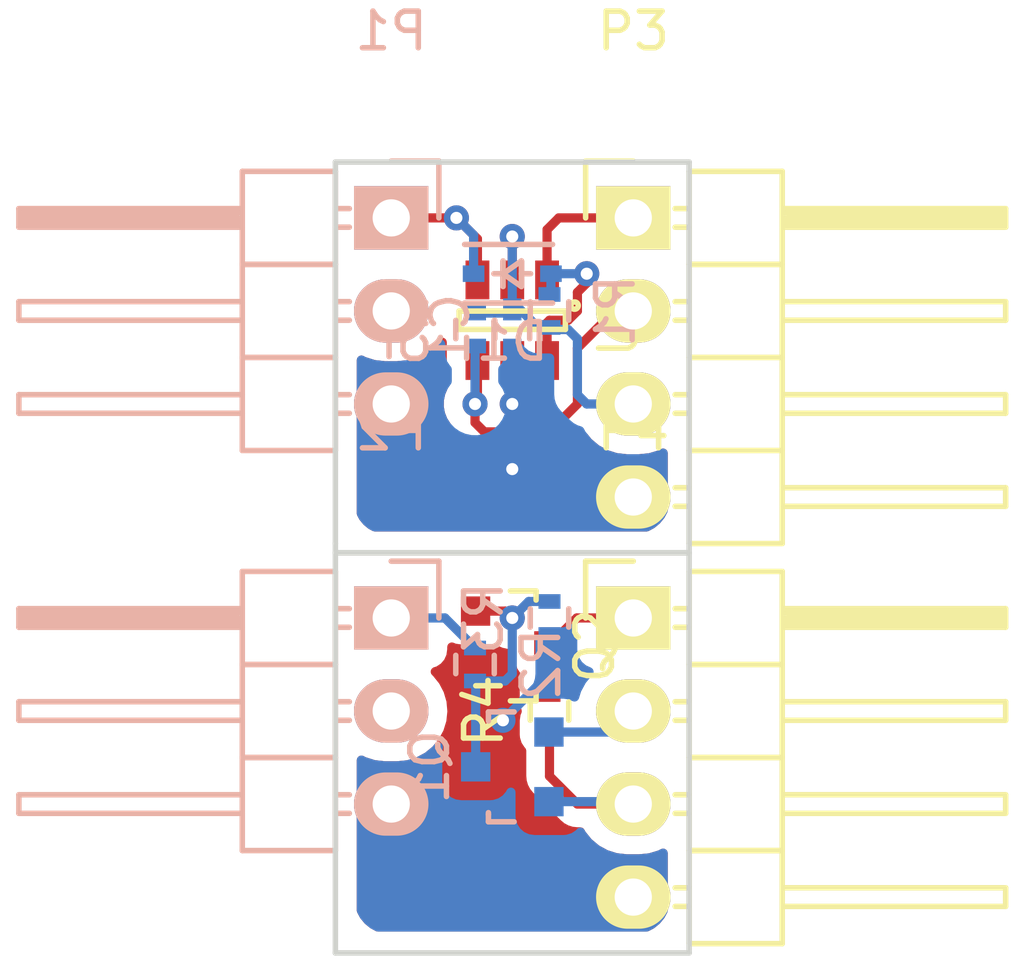
<source format=kicad_pcb>
(kicad_pcb (version 4) (host pcbnew 4.0.1-2.fc23-product)

  (general
    (links 26)
    (no_connects 0)
    (area 122.728999 33.145 151.083001 59.917001)
    (thickness 1.6002)
    (drawings 19)
    (tracks 90)
    (zones 0)
    (modules 14)
    (nets 13)
  )

  (page A4)
  (title_block
    (title "S-Port Inverter")
    (date 2016-01-14)
    (rev 0.1)
    (company F.S)
  )

  (layers
    (0 F.Cu mixed)
    (31 B.Cu mixed)
    (34 B.Paste user)
    (35 F.Paste user)
    (36 B.SilkS user)
    (37 F.SilkS user)
    (38 B.Mask user)
    (39 F.Mask user)
    (44 Edge.Cuts user)
    (45 Margin user)
  )

  (setup
    (last_trace_width 0.1524)
    (trace_clearance 0.1524)
    (zone_clearance 0.508)
    (zone_45_only yes)
    (trace_min 0.1524)
    (segment_width 0.2)
    (edge_width 0.15)
    (via_size 0.6858)
    (via_drill 0.3302)
    (via_min_size 0.6858)
    (via_min_drill 0.3302)
    (uvia_size 0.762)
    (uvia_drill 0.508)
    (uvias_allowed no)
    (uvia_min_size 0)
    (uvia_min_drill 0)
    (pcb_text_width 0.3)
    (pcb_text_size 1.5 1.5)
    (mod_edge_width 0.15)
    (mod_text_size 1 1)
    (mod_text_width 0.15)
    (pad_size 1.524 1.524)
    (pad_drill 0.762)
    (pad_to_mask_clearance 0.2)
    (solder_mask_min_width 0.1)
    (aux_axis_origin 132.08 59.436)
    (grid_origin 132.08 59.436)
    (visible_elements FFFFFF1F)
    (pcbplotparams
      (layerselection 0x00030_80000001)
      (usegerberextensions false)
      (excludeedgelayer true)
      (linewidth 0.100000)
      (plotframeref false)
      (viasonmask false)
      (mode 1)
      (useauxorigin false)
      (hpglpennumber 1)
      (hpglpenspeed 20)
      (hpglpendiameter 15)
      (hpglpenoverlay 2)
      (psnegative false)
      (psa4output false)
      (plotreference true)
      (plotvalue true)
      (plotinvisibletext false)
      (padsonsilk false)
      (subtractmaskfromsilk false)
      (outputformat 1)
      (mirror false)
      (drillshape 1)
      (scaleselection 1)
      (outputdirectory ""))
  )

  (net 0 "")
  (net 1 +3V3)
  (net 2 GND)
  (net 3 /S-Port)
  (net 4 "Net-(D1-Pad2)")
  (net 5 /TX)
  (net 6 /RX)
  (net 7 "Net-(Q1-Pad3)")
  (net 8 GNDA)
  (net 9 +3.3VP)
  (net 10 /S-Port1)
  (net 11 /TX1)
  (net 12 /RX1)

  (net_class Default "This is the default net class."
    (clearance 0.1524)
    (trace_width 0.1524)
    (via_dia 0.6858)
    (via_drill 0.3302)
    (uvia_dia 0.762)
    (uvia_drill 0.508)
    (add_net +3.3VP)
    (add_net +3V3)
    (add_net /RX)
    (add_net /RX1)
    (add_net /S-Port)
    (add_net /S-Port1)
    (add_net /TX)
    (add_net /TX1)
    (add_net GND)
    (add_net GNDA)
    (add_net "Net-(D1-Pad2)")
    (add_net "Net-(Q1-Pad3)")
  )

  (module Capacitors_SMD:C_0402 locked (layer B.Cu) (tedit 5415D599) (tstamp 5696D2F1)
    (at 136.906 42.418 270)
    (descr "Capacitor SMD 0402, reflow soldering, AVX (see smccp.pdf)")
    (tags "capacitor 0402")
    (path /5696EA59)
    (attr smd)
    (fp_text reference C1 (at 0 1.7 270) (layer B.SilkS)
      (effects (font (size 1 1) (thickness 0.15)) (justify mirror))
    )
    (fp_text value C (at 0 -1.7 270) (layer B.Fab)
      (effects (font (size 1 1) (thickness 0.15)) (justify mirror))
    )
    (fp_line (start -1.15 0.6) (end 1.15 0.6) (layer B.CrtYd) (width 0.05))
    (fp_line (start -1.15 -0.6) (end 1.15 -0.6) (layer B.CrtYd) (width 0.05))
    (fp_line (start -1.15 0.6) (end -1.15 -0.6) (layer B.CrtYd) (width 0.05))
    (fp_line (start 1.15 0.6) (end 1.15 -0.6) (layer B.CrtYd) (width 0.05))
    (fp_line (start 0.25 0.475) (end -0.25 0.475) (layer B.SilkS) (width 0.15))
    (fp_line (start -0.25 -0.475) (end 0.25 -0.475) (layer B.SilkS) (width 0.15))
    (pad 1 smd rect (at -0.55 0 270) (size 0.6 0.5) (layers B.Cu B.Paste B.Mask)
      (net 1 +3V3))
    (pad 2 smd rect (at 0.55 0 270) (size 0.6 0.5) (layers B.Cu B.Paste B.Mask)
      (net 2 GND))
    (model Capacitors_SMD.3dshapes/C_0402.wrl
      (at (xyz 0 0 0))
      (scale (xyz 1 1 1))
      (rotate (xyz 0 0 0))
    )
  )

  (module Diodes_SMD:SOD-323 locked (layer B.Cu) (tedit 5530FC5E) (tstamp 5696D2F7)
    (at 136.906 40.894)
    (descr SOD-323)
    (tags SOD-323)
    (path /5696BFE0)
    (attr smd)
    (fp_text reference D1 (at 0 1.85) (layer B.SilkS)
      (effects (font (size 1 1) (thickness 0.15)) (justify mirror))
    )
    (fp_text value D_Schottky (at 0.1 -1.9) (layer B.Fab)
      (effects (font (size 1 1) (thickness 0.15)) (justify mirror))
    )
    (fp_line (start 0.25 0) (end 0.5 0) (layer B.SilkS) (width 0.15))
    (fp_line (start -0.25 0) (end -0.5 0) (layer B.SilkS) (width 0.15))
    (fp_line (start -0.25 0) (end 0.25 0.35) (layer B.SilkS) (width 0.15))
    (fp_line (start 0.25 0.35) (end 0.25 -0.35) (layer B.SilkS) (width 0.15))
    (fp_line (start 0.25 -0.35) (end -0.25 0) (layer B.SilkS) (width 0.15))
    (fp_line (start -0.25 0.35) (end -0.25 -0.35) (layer B.SilkS) (width 0.15))
    (fp_line (start -1.5 0.95) (end 1.5 0.95) (layer B.CrtYd) (width 0.05))
    (fp_line (start 1.5 0.95) (end 1.5 -0.95) (layer B.CrtYd) (width 0.05))
    (fp_line (start -1.5 -0.95) (end 1.5 -0.95) (layer B.CrtYd) (width 0.05))
    (fp_line (start -1.5 0.95) (end -1.5 -0.95) (layer B.CrtYd) (width 0.05))
    (fp_line (start -1.3 -0.8) (end 1.1 -0.8) (layer B.SilkS) (width 0.15))
    (fp_line (start -1.3 0.8) (end 1.1 0.8) (layer B.SilkS) (width 0.15))
    (pad 1 smd rect (at -1.055 0) (size 0.59 0.45) (layers B.Cu B.Paste B.Mask)
      (net 3 /S-Port))
    (pad 2 smd rect (at 1.055 0) (size 0.59 0.45) (layers B.Cu B.Paste B.Mask)
      (net 4 "Net-(D1-Pad2)"))
  )

  (module Pin_Headers:Pin_Header_Angled_1x04 locked (layer F.Cu) (tedit 0) (tstamp 5696D30B)
    (at 140.208 39.37)
    (descr "Through hole pin header")
    (tags "pin header")
    (path /5696B59E)
    (fp_text reference P3 (at 0 -5.1) (layer F.SilkS)
      (effects (font (size 1 1) (thickness 0.15)))
    )
    (fp_text value CONN_01X04 (at 0 -3.1) (layer F.Fab)
      (effects (font (size 1 1) (thickness 0.15)))
    )
    (fp_line (start -1.5 -1.75) (end -1.5 9.4) (layer F.CrtYd) (width 0.05))
    (fp_line (start 10.65 -1.75) (end 10.65 9.4) (layer F.CrtYd) (width 0.05))
    (fp_line (start -1.5 -1.75) (end 10.65 -1.75) (layer F.CrtYd) (width 0.05))
    (fp_line (start -1.5 9.4) (end 10.65 9.4) (layer F.CrtYd) (width 0.05))
    (fp_line (start -1.3 -1.55) (end -1.3 0) (layer F.SilkS) (width 0.15))
    (fp_line (start 0 -1.55) (end -1.3 -1.55) (layer F.SilkS) (width 0.15))
    (fp_line (start 4.191 -0.127) (end 10.033 -0.127) (layer F.SilkS) (width 0.15))
    (fp_line (start 10.033 -0.127) (end 10.033 0.127) (layer F.SilkS) (width 0.15))
    (fp_line (start 10.033 0.127) (end 4.191 0.127) (layer F.SilkS) (width 0.15))
    (fp_line (start 4.191 0.127) (end 4.191 0) (layer F.SilkS) (width 0.15))
    (fp_line (start 4.191 0) (end 10.033 0) (layer F.SilkS) (width 0.15))
    (fp_line (start 1.524 -0.254) (end 1.143 -0.254) (layer F.SilkS) (width 0.15))
    (fp_line (start 1.524 0.254) (end 1.143 0.254) (layer F.SilkS) (width 0.15))
    (fp_line (start 1.524 2.286) (end 1.143 2.286) (layer F.SilkS) (width 0.15))
    (fp_line (start 1.524 2.794) (end 1.143 2.794) (layer F.SilkS) (width 0.15))
    (fp_line (start 1.524 4.826) (end 1.143 4.826) (layer F.SilkS) (width 0.15))
    (fp_line (start 1.524 5.334) (end 1.143 5.334) (layer F.SilkS) (width 0.15))
    (fp_line (start 1.524 7.874) (end 1.143 7.874) (layer F.SilkS) (width 0.15))
    (fp_line (start 1.524 7.366) (end 1.143 7.366) (layer F.SilkS) (width 0.15))
    (fp_line (start 1.524 -1.27) (end 4.064 -1.27) (layer F.SilkS) (width 0.15))
    (fp_line (start 1.524 1.27) (end 4.064 1.27) (layer F.SilkS) (width 0.15))
    (fp_line (start 1.524 1.27) (end 1.524 3.81) (layer F.SilkS) (width 0.15))
    (fp_line (start 1.524 3.81) (end 4.064 3.81) (layer F.SilkS) (width 0.15))
    (fp_line (start 4.064 2.286) (end 10.16 2.286) (layer F.SilkS) (width 0.15))
    (fp_line (start 10.16 2.286) (end 10.16 2.794) (layer F.SilkS) (width 0.15))
    (fp_line (start 10.16 2.794) (end 4.064 2.794) (layer F.SilkS) (width 0.15))
    (fp_line (start 4.064 3.81) (end 4.064 1.27) (layer F.SilkS) (width 0.15))
    (fp_line (start 4.064 1.27) (end 4.064 -1.27) (layer F.SilkS) (width 0.15))
    (fp_line (start 10.16 0.254) (end 4.064 0.254) (layer F.SilkS) (width 0.15))
    (fp_line (start 10.16 -0.254) (end 10.16 0.254) (layer F.SilkS) (width 0.15))
    (fp_line (start 4.064 -0.254) (end 10.16 -0.254) (layer F.SilkS) (width 0.15))
    (fp_line (start 1.524 1.27) (end 4.064 1.27) (layer F.SilkS) (width 0.15))
    (fp_line (start 1.524 -1.27) (end 1.524 1.27) (layer F.SilkS) (width 0.15))
    (fp_line (start 1.524 6.35) (end 4.064 6.35) (layer F.SilkS) (width 0.15))
    (fp_line (start 1.524 6.35) (end 1.524 8.89) (layer F.SilkS) (width 0.15))
    (fp_line (start 1.524 8.89) (end 4.064 8.89) (layer F.SilkS) (width 0.15))
    (fp_line (start 4.064 7.366) (end 10.16 7.366) (layer F.SilkS) (width 0.15))
    (fp_line (start 10.16 7.366) (end 10.16 7.874) (layer F.SilkS) (width 0.15))
    (fp_line (start 10.16 7.874) (end 4.064 7.874) (layer F.SilkS) (width 0.15))
    (fp_line (start 4.064 8.89) (end 4.064 6.35) (layer F.SilkS) (width 0.15))
    (fp_line (start 4.064 6.35) (end 4.064 3.81) (layer F.SilkS) (width 0.15))
    (fp_line (start 10.16 5.334) (end 4.064 5.334) (layer F.SilkS) (width 0.15))
    (fp_line (start 10.16 4.826) (end 10.16 5.334) (layer F.SilkS) (width 0.15))
    (fp_line (start 4.064 4.826) (end 10.16 4.826) (layer F.SilkS) (width 0.15))
    (fp_line (start 1.524 6.35) (end 4.064 6.35) (layer F.SilkS) (width 0.15))
    (fp_line (start 1.524 3.81) (end 1.524 6.35) (layer F.SilkS) (width 0.15))
    (fp_line (start 1.524 3.81) (end 4.064 3.81) (layer F.SilkS) (width 0.15))
    (pad 1 thru_hole rect (at 0 0) (size 2.032 1.7272) (drill 1.016) (layers *.Cu *.Mask F.SilkS)
      (net 5 /TX))
    (pad 2 thru_hole oval (at 0 2.54) (size 2.032 1.7272) (drill 1.016) (layers *.Cu *.Mask F.SilkS)
      (net 6 /RX))
    (pad 3 thru_hole oval (at 0 5.08) (size 2.032 1.7272) (drill 1.016) (layers *.Cu *.Mask F.SilkS)
      (net 1 +3V3))
    (pad 4 thru_hole oval (at 0 7.62) (size 2.032 1.7272) (drill 1.016) (layers *.Cu *.Mask F.SilkS)
      (net 2 GND))
    (model Pin_Headers.3dshapes/Pin_Header_Angled_1x04.wrl
      (at (xyz 0 -0.15 0))
      (scale (xyz 1 1 1))
      (rotate (xyz 0 0 90))
    )
  )

  (module Pin_Headers:Pin_Header_Angled_1x04 locked (layer F.Cu) (tedit 0) (tstamp 5696D313)
    (at 140.208 50.292)
    (descr "Through hole pin header")
    (tags "pin header")
    (path /5696F216)
    (fp_text reference P4 (at 0 -5.1) (layer F.SilkS)
      (effects (font (size 1 1) (thickness 0.15)))
    )
    (fp_text value CONN_01X04 (at 0 -3.1) (layer F.Fab)
      (effects (font (size 1 1) (thickness 0.15)))
    )
    (fp_line (start -1.5 -1.75) (end -1.5 9.4) (layer F.CrtYd) (width 0.05))
    (fp_line (start 10.65 -1.75) (end 10.65 9.4) (layer F.CrtYd) (width 0.05))
    (fp_line (start -1.5 -1.75) (end 10.65 -1.75) (layer F.CrtYd) (width 0.05))
    (fp_line (start -1.5 9.4) (end 10.65 9.4) (layer F.CrtYd) (width 0.05))
    (fp_line (start -1.3 -1.55) (end -1.3 0) (layer F.SilkS) (width 0.15))
    (fp_line (start 0 -1.55) (end -1.3 -1.55) (layer F.SilkS) (width 0.15))
    (fp_line (start 4.191 -0.127) (end 10.033 -0.127) (layer F.SilkS) (width 0.15))
    (fp_line (start 10.033 -0.127) (end 10.033 0.127) (layer F.SilkS) (width 0.15))
    (fp_line (start 10.033 0.127) (end 4.191 0.127) (layer F.SilkS) (width 0.15))
    (fp_line (start 4.191 0.127) (end 4.191 0) (layer F.SilkS) (width 0.15))
    (fp_line (start 4.191 0) (end 10.033 0) (layer F.SilkS) (width 0.15))
    (fp_line (start 1.524 -0.254) (end 1.143 -0.254) (layer F.SilkS) (width 0.15))
    (fp_line (start 1.524 0.254) (end 1.143 0.254) (layer F.SilkS) (width 0.15))
    (fp_line (start 1.524 2.286) (end 1.143 2.286) (layer F.SilkS) (width 0.15))
    (fp_line (start 1.524 2.794) (end 1.143 2.794) (layer F.SilkS) (width 0.15))
    (fp_line (start 1.524 4.826) (end 1.143 4.826) (layer F.SilkS) (width 0.15))
    (fp_line (start 1.524 5.334) (end 1.143 5.334) (layer F.SilkS) (width 0.15))
    (fp_line (start 1.524 7.874) (end 1.143 7.874) (layer F.SilkS) (width 0.15))
    (fp_line (start 1.524 7.366) (end 1.143 7.366) (layer F.SilkS) (width 0.15))
    (fp_line (start 1.524 -1.27) (end 4.064 -1.27) (layer F.SilkS) (width 0.15))
    (fp_line (start 1.524 1.27) (end 4.064 1.27) (layer F.SilkS) (width 0.15))
    (fp_line (start 1.524 1.27) (end 1.524 3.81) (layer F.SilkS) (width 0.15))
    (fp_line (start 1.524 3.81) (end 4.064 3.81) (layer F.SilkS) (width 0.15))
    (fp_line (start 4.064 2.286) (end 10.16 2.286) (layer F.SilkS) (width 0.15))
    (fp_line (start 10.16 2.286) (end 10.16 2.794) (layer F.SilkS) (width 0.15))
    (fp_line (start 10.16 2.794) (end 4.064 2.794) (layer F.SilkS) (width 0.15))
    (fp_line (start 4.064 3.81) (end 4.064 1.27) (layer F.SilkS) (width 0.15))
    (fp_line (start 4.064 1.27) (end 4.064 -1.27) (layer F.SilkS) (width 0.15))
    (fp_line (start 10.16 0.254) (end 4.064 0.254) (layer F.SilkS) (width 0.15))
    (fp_line (start 10.16 -0.254) (end 10.16 0.254) (layer F.SilkS) (width 0.15))
    (fp_line (start 4.064 -0.254) (end 10.16 -0.254) (layer F.SilkS) (width 0.15))
    (fp_line (start 1.524 1.27) (end 4.064 1.27) (layer F.SilkS) (width 0.15))
    (fp_line (start 1.524 -1.27) (end 1.524 1.27) (layer F.SilkS) (width 0.15))
    (fp_line (start 1.524 6.35) (end 4.064 6.35) (layer F.SilkS) (width 0.15))
    (fp_line (start 1.524 6.35) (end 1.524 8.89) (layer F.SilkS) (width 0.15))
    (fp_line (start 1.524 8.89) (end 4.064 8.89) (layer F.SilkS) (width 0.15))
    (fp_line (start 4.064 7.366) (end 10.16 7.366) (layer F.SilkS) (width 0.15))
    (fp_line (start 10.16 7.366) (end 10.16 7.874) (layer F.SilkS) (width 0.15))
    (fp_line (start 10.16 7.874) (end 4.064 7.874) (layer F.SilkS) (width 0.15))
    (fp_line (start 4.064 8.89) (end 4.064 6.35) (layer F.SilkS) (width 0.15))
    (fp_line (start 4.064 6.35) (end 4.064 3.81) (layer F.SilkS) (width 0.15))
    (fp_line (start 10.16 5.334) (end 4.064 5.334) (layer F.SilkS) (width 0.15))
    (fp_line (start 10.16 4.826) (end 10.16 5.334) (layer F.SilkS) (width 0.15))
    (fp_line (start 4.064 4.826) (end 10.16 4.826) (layer F.SilkS) (width 0.15))
    (fp_line (start 1.524 6.35) (end 4.064 6.35) (layer F.SilkS) (width 0.15))
    (fp_line (start 1.524 3.81) (end 1.524 6.35) (layer F.SilkS) (width 0.15))
    (fp_line (start 1.524 3.81) (end 4.064 3.81) (layer F.SilkS) (width 0.15))
    (pad 1 thru_hole rect (at 0 0) (size 2.032 1.7272) (drill 1.016) (layers *.Cu *.Mask F.SilkS)
      (net 11 /TX1))
    (pad 2 thru_hole oval (at 0 2.54) (size 2.032 1.7272) (drill 1.016) (layers *.Cu *.Mask F.SilkS)
      (net 12 /RX1))
    (pad 3 thru_hole oval (at 0 5.08) (size 2.032 1.7272) (drill 1.016) (layers *.Cu *.Mask F.SilkS)
      (net 9 +3.3VP))
    (pad 4 thru_hole oval (at 0 7.62) (size 2.032 1.7272) (drill 1.016) (layers *.Cu *.Mask F.SilkS)
      (net 8 GNDA))
    (model Pin_Headers.3dshapes/Pin_Header_Angled_1x04.wrl
      (at (xyz 0 -0.15 0))
      (scale (xyz 1 1 1))
      (rotate (xyz 0 0 90))
    )
  )

  (module TO_SOT_Packages_SMD:SOT-23 locked (layer B.Cu) (tedit 553634F8) (tstamp 5696D31A)
    (at 136.906 54.356 270)
    (descr "SOT-23, Standard")
    (tags SOT-23)
    (path /5696FA39)
    (attr smd)
    (fp_text reference Q1 (at 0 2.25 270) (layer B.SilkS)
      (effects (font (size 1 1) (thickness 0.15)) (justify mirror))
    )
    (fp_text value BSS83_P (at 0 -2.3 270) (layer B.Fab)
      (effects (font (size 1 1) (thickness 0.15)) (justify mirror))
    )
    (fp_line (start -1.65 1.6) (end 1.65 1.6) (layer B.CrtYd) (width 0.05))
    (fp_line (start 1.65 1.6) (end 1.65 -1.6) (layer B.CrtYd) (width 0.05))
    (fp_line (start 1.65 -1.6) (end -1.65 -1.6) (layer B.CrtYd) (width 0.05))
    (fp_line (start -1.65 -1.6) (end -1.65 1.6) (layer B.CrtYd) (width 0.05))
    (fp_line (start 1.29916 0.65024) (end 1.2509 0.65024) (layer B.SilkS) (width 0.15))
    (fp_line (start -1.49982 -0.0508) (end -1.49982 0.65024) (layer B.SilkS) (width 0.15))
    (fp_line (start -1.49982 0.65024) (end -1.2509 0.65024) (layer B.SilkS) (width 0.15))
    (fp_line (start 1.29916 0.65024) (end 1.49982 0.65024) (layer B.SilkS) (width 0.15))
    (fp_line (start 1.49982 0.65024) (end 1.49982 -0.0508) (layer B.SilkS) (width 0.15))
    (pad 1 smd rect (at -0.95 -1.00076 270) (size 0.8001 0.8001) (layers B.Cu B.Paste B.Mask)
      (net 12 /RX1))
    (pad 2 smd rect (at 0.95 -1.00076 270) (size 0.8001 0.8001) (layers B.Cu B.Paste B.Mask)
      (net 9 +3.3VP))
    (pad 3 smd rect (at 0 0.99822 270) (size 0.8001 0.8001) (layers B.Cu B.Paste B.Mask)
      (net 7 "Net-(Q1-Pad3)"))
    (model TO_SOT_Packages_SMD.3dshapes/SOT-23.wrl
      (at (xyz 0 0 0))
      (scale (xyz 1 1 1))
      (rotate (xyz 0 0 0))
    )
  )

  (module TO_SOT_Packages_SMD:SOT-23 locked (layer F.Cu) (tedit 553634F8) (tstamp 5696D321)
    (at 136.906 51.054 270)
    (descr "SOT-23, Standard")
    (tags SOT-23)
    (path /5696F304)
    (attr smd)
    (fp_text reference Q2 (at 0 -2.25 270) (layer F.SilkS)
      (effects (font (size 1 1) (thickness 0.15)))
    )
    (fp_text value BSS138 (at 0 2.3 270) (layer F.Fab)
      (effects (font (size 1 1) (thickness 0.15)))
    )
    (fp_line (start -1.65 -1.6) (end 1.65 -1.6) (layer F.CrtYd) (width 0.05))
    (fp_line (start 1.65 -1.6) (end 1.65 1.6) (layer F.CrtYd) (width 0.05))
    (fp_line (start 1.65 1.6) (end -1.65 1.6) (layer F.CrtYd) (width 0.05))
    (fp_line (start -1.65 1.6) (end -1.65 -1.6) (layer F.CrtYd) (width 0.05))
    (fp_line (start 1.29916 -0.65024) (end 1.2509 -0.65024) (layer F.SilkS) (width 0.15))
    (fp_line (start -1.49982 0.0508) (end -1.49982 -0.65024) (layer F.SilkS) (width 0.15))
    (fp_line (start -1.49982 -0.65024) (end -1.2509 -0.65024) (layer F.SilkS) (width 0.15))
    (fp_line (start 1.29916 -0.65024) (end 1.49982 -0.65024) (layer F.SilkS) (width 0.15))
    (fp_line (start 1.49982 -0.65024) (end 1.49982 0.0508) (layer F.SilkS) (width 0.15))
    (pad 1 smd rect (at -0.95 1.00076 270) (size 0.8001 0.8001) (layers F.Cu F.Paste F.Mask)
      (net 7 "Net-(Q1-Pad3)"))
    (pad 2 smd rect (at 0.95 1.00076 270) (size 0.8001 0.8001) (layers F.Cu F.Paste F.Mask)
      (net 8 GNDA))
    (pad 3 smd rect (at 0 -0.99822 270) (size 0.8001 0.8001) (layers F.Cu F.Paste F.Mask)
      (net 11 /TX1))
    (model TO_SOT_Packages_SMD.3dshapes/SOT-23.wrl
      (at (xyz 0 0 0))
      (scale (xyz 1 1 1))
      (rotate (xyz 0 0 0))
    )
  )

  (module Resistors_SMD:R_0402 locked (layer B.Cu) (tedit 5415CBB8) (tstamp 5696D327)
    (at 137.922 41.91 90)
    (descr "Resistor SMD 0402, reflow soldering, Vishay (see dcrcw.pdf)")
    (tags "resistor 0402")
    (path /5696BECF)
    (attr smd)
    (fp_text reference R1 (at 0 1.8 90) (layer B.SilkS)
      (effects (font (size 1 1) (thickness 0.15)) (justify mirror))
    )
    (fp_text value 10K (at 0 -1.8 90) (layer B.Fab)
      (effects (font (size 1 1) (thickness 0.15)) (justify mirror))
    )
    (fp_line (start -0.95 0.65) (end 0.95 0.65) (layer B.CrtYd) (width 0.05))
    (fp_line (start -0.95 -0.65) (end 0.95 -0.65) (layer B.CrtYd) (width 0.05))
    (fp_line (start -0.95 0.65) (end -0.95 -0.65) (layer B.CrtYd) (width 0.05))
    (fp_line (start 0.95 0.65) (end 0.95 -0.65) (layer B.CrtYd) (width 0.05))
    (fp_line (start 0.25 0.525) (end -0.25 0.525) (layer B.SilkS) (width 0.15))
    (fp_line (start -0.25 -0.525) (end 0.25 -0.525) (layer B.SilkS) (width 0.15))
    (pad 1 smd rect (at -0.45 0 90) (size 0.4 0.6) (layers B.Cu B.Paste B.Mask)
      (net 1 +3V3))
    (pad 2 smd rect (at 0.45 0 90) (size 0.4 0.6) (layers B.Cu B.Paste B.Mask)
      (net 4 "Net-(D1-Pad2)"))
    (model Resistors_SMD.3dshapes/R_0402.wrl
      (at (xyz 0 0 0))
      (scale (xyz 1 1 1))
      (rotate (xyz 0 0 0))
    )
  )

  (module Resistors_SMD:R_0402 locked (layer B.Cu) (tedit 5415CBB8) (tstamp 5696D32D)
    (at 135.89 51.562 90)
    (descr "Resistor SMD 0402, reflow soldering, Vishay (see dcrcw.pdf)")
    (tags "resistor 0402")
    (path /5697082F)
    (attr smd)
    (fp_text reference R2 (at 0 1.8 90) (layer B.SilkS)
      (effects (font (size 1 1) (thickness 0.15)) (justify mirror))
    )
    (fp_text value 470R (at 0 -1.8 90) (layer B.Fab)
      (effects (font (size 1 1) (thickness 0.15)) (justify mirror))
    )
    (fp_line (start -0.95 0.65) (end 0.95 0.65) (layer B.CrtYd) (width 0.05))
    (fp_line (start -0.95 -0.65) (end 0.95 -0.65) (layer B.CrtYd) (width 0.05))
    (fp_line (start -0.95 0.65) (end -0.95 -0.65) (layer B.CrtYd) (width 0.05))
    (fp_line (start 0.95 0.65) (end 0.95 -0.65) (layer B.CrtYd) (width 0.05))
    (fp_line (start 0.25 0.525) (end -0.25 0.525) (layer B.SilkS) (width 0.15))
    (fp_line (start -0.25 -0.525) (end 0.25 -0.525) (layer B.SilkS) (width 0.15))
    (pad 1 smd rect (at -0.45 0 90) (size 0.4 0.6) (layers B.Cu B.Paste B.Mask)
      (net 7 "Net-(Q1-Pad3)"))
    (pad 2 smd rect (at 0.45 0 90) (size 0.4 0.6) (layers B.Cu B.Paste B.Mask)
      (net 10 /S-Port1))
    (model Resistors_SMD.3dshapes/R_0402.wrl
      (at (xyz 0 0 0))
      (scale (xyz 1 1 1))
      (rotate (xyz 0 0 0))
    )
  )

  (module Resistors_SMD:R_0402 locked (layer B.Cu) (tedit 5415CBB8) (tstamp 5696D333)
    (at 137.922 50.292 270)
    (descr "Resistor SMD 0402, reflow soldering, Vishay (see dcrcw.pdf)")
    (tags "resistor 0402")
    (path /56970136)
    (attr smd)
    (fp_text reference R3 (at 0 1.8 270) (layer B.SilkS)
      (effects (font (size 1 1) (thickness 0.15)) (justify mirror))
    )
    (fp_text value 39K (at 0 -1.8 270) (layer B.Fab)
      (effects (font (size 1 1) (thickness 0.15)) (justify mirror))
    )
    (fp_line (start -0.95 0.65) (end 0.95 0.65) (layer B.CrtYd) (width 0.05))
    (fp_line (start -0.95 -0.65) (end 0.95 -0.65) (layer B.CrtYd) (width 0.05))
    (fp_line (start -0.95 0.65) (end -0.95 -0.65) (layer B.CrtYd) (width 0.05))
    (fp_line (start 0.95 0.65) (end 0.95 -0.65) (layer B.CrtYd) (width 0.05))
    (fp_line (start 0.25 0.525) (end -0.25 0.525) (layer B.SilkS) (width 0.15))
    (fp_line (start -0.25 -0.525) (end 0.25 -0.525) (layer B.SilkS) (width 0.15))
    (pad 1 smd rect (at -0.45 0 270) (size 0.4 0.6) (layers B.Cu B.Paste B.Mask)
      (net 7 "Net-(Q1-Pad3)"))
    (pad 2 smd rect (at 0.45 0 270) (size 0.4 0.6) (layers B.Cu B.Paste B.Mask)
      (net 8 GNDA))
    (model Resistors_SMD.3dshapes/R_0402.wrl
      (at (xyz 0 0 0))
      (scale (xyz 1 1 1))
      (rotate (xyz 0 0 0))
    )
  )

  (module Resistors_SMD:R_0402 locked (layer F.Cu) (tedit 5415CBB8) (tstamp 5696D339)
    (at 137.922 52.832 90)
    (descr "Resistor SMD 0402, reflow soldering, Vishay (see dcrcw.pdf)")
    (tags "resistor 0402")
    (path /5696F2E8)
    (attr smd)
    (fp_text reference R4 (at 0 -1.8 90) (layer F.SilkS)
      (effects (font (size 1 1) (thickness 0.15)))
    )
    (fp_text value 4k7 (at 0 1.8 90) (layer F.Fab)
      (effects (font (size 1 1) (thickness 0.15)))
    )
    (fp_line (start -0.95 -0.65) (end 0.95 -0.65) (layer F.CrtYd) (width 0.05))
    (fp_line (start -0.95 0.65) (end 0.95 0.65) (layer F.CrtYd) (width 0.05))
    (fp_line (start -0.95 -0.65) (end -0.95 0.65) (layer F.CrtYd) (width 0.05))
    (fp_line (start 0.95 -0.65) (end 0.95 0.65) (layer F.CrtYd) (width 0.05))
    (fp_line (start 0.25 -0.525) (end -0.25 -0.525) (layer F.SilkS) (width 0.15))
    (fp_line (start -0.25 0.525) (end 0.25 0.525) (layer F.SilkS) (width 0.15))
    (pad 1 smd rect (at -0.45 0 90) (size 0.4 0.6) (layers F.Cu F.Paste F.Mask)
      (net 9 +3.3VP))
    (pad 2 smd rect (at 0.45 0 90) (size 0.4 0.6) (layers F.Cu F.Paste F.Mask)
      (net 11 /TX1))
    (model Resistors_SMD.3dshapes/R_0402.wrl
      (at (xyz 0 0 0))
      (scale (xyz 1 1 1))
      (rotate (xyz 0 0 0))
    )
  )

  (module Resistors_SMD:R_0402 locked (layer B.Cu) (tedit 5415CBB8) (tstamp 5696D33F)
    (at 135.89 42.418 270)
    (descr "Resistor SMD 0402, reflow soldering, Vishay (see dcrcw.pdf)")
    (tags "resistor 0402")
    (path /5696BD4D)
    (attr smd)
    (fp_text reference R5 (at 0 1.8 270) (layer B.SilkS)
      (effects (font (size 1 1) (thickness 0.15)) (justify mirror))
    )
    (fp_text value 10K (at 0 -1.8 270) (layer B.Fab)
      (effects (font (size 1 1) (thickness 0.15)) (justify mirror))
    )
    (fp_line (start -0.95 0.65) (end 0.95 0.65) (layer B.CrtYd) (width 0.05))
    (fp_line (start -0.95 -0.65) (end 0.95 -0.65) (layer B.CrtYd) (width 0.05))
    (fp_line (start -0.95 0.65) (end -0.95 -0.65) (layer B.CrtYd) (width 0.05))
    (fp_line (start 0.95 0.65) (end 0.95 -0.65) (layer B.CrtYd) (width 0.05))
    (fp_line (start 0.25 0.525) (end -0.25 0.525) (layer B.SilkS) (width 0.15))
    (fp_line (start -0.25 -0.525) (end 0.25 -0.525) (layer B.SilkS) (width 0.15))
    (pad 1 smd rect (at -0.45 0 270) (size 0.4 0.6) (layers B.Cu B.Paste B.Mask)
      (net 1 +3V3))
    (pad 2 smd rect (at 0.45 0 270) (size 0.4 0.6) (layers B.Cu B.Paste B.Mask)
      (net 6 /RX))
    (model Resistors_SMD.3dshapes/R_0402.wrl
      (at (xyz 0 0 0))
      (scale (xyz 1 1 1))
      (rotate (xyz 0 0 0))
    )
  )

  (module TO_SOT_Packages_SMD:SOT-23-6 locked (layer F.Cu) (tedit 53DE8DE3) (tstamp 5696D349)
    (at 136.906 42.164 270)
    (descr "6-pin SOT-23 package")
    (tags SOT-23-6)
    (path /5696DEE2)
    (attr smd)
    (fp_text reference U1 (at 0 -2.9 270) (layer F.SilkS)
      (effects (font (size 1 1) (thickness 0.15)))
    )
    (fp_text value 74LVC2G14 (at 0 2.9 270) (layer F.Fab)
      (effects (font (size 1 1) (thickness 0.15)))
    )
    (fp_circle (center -0.4 -1.7) (end -0.3 -1.7) (layer F.SilkS) (width 0.15))
    (fp_line (start 0.25 -1.45) (end -0.25 -1.45) (layer F.SilkS) (width 0.15))
    (fp_line (start 0.25 1.45) (end 0.25 -1.45) (layer F.SilkS) (width 0.15))
    (fp_line (start -0.25 1.45) (end 0.25 1.45) (layer F.SilkS) (width 0.15))
    (fp_line (start -0.25 -1.45) (end -0.25 1.45) (layer F.SilkS) (width 0.15))
    (pad 1 smd rect (at -1.1 -0.95 270) (size 1.06 0.65) (layers F.Cu F.Paste F.Mask)
      (net 5 /TX))
    (pad 2 smd rect (at -1.1 0 270) (size 1.06 0.65) (layers F.Cu F.Paste F.Mask)
      (net 1 +3V3))
    (pad 3 smd rect (at -1.1 0.95 270) (size 1.06 0.65) (layers F.Cu F.Paste F.Mask)
      (net 3 /S-Port))
    (pad 4 smd rect (at 1.1 0.95 270) (size 1.06 0.65) (layers F.Cu F.Paste F.Mask)
      (net 6 /RX))
    (pad 6 smd rect (at 1.1 -0.95 270) (size 1.06 0.65) (layers F.Cu F.Paste F.Mask)
      (net 4 "Net-(D1-Pad2)"))
    (pad 5 smd rect (at 1.1 0 270) (size 1.06 0.65) (layers F.Cu F.Paste F.Mask)
      (net 2 GND))
    (model TO_SOT_Packages_SMD.3dshapes/SOT-23-6.wrl
      (at (xyz 0 0 0))
      (scale (xyz 1 1 1))
      (rotate (xyz 0 0 0))
    )
  )

  (module Pin_Headers:Pin_Header_Angled_1x03 locked (layer B.Cu) (tedit 0) (tstamp 5697DE10)
    (at 133.604 39.37 180)
    (descr "Through hole pin header")
    (tags "pin header")
    (path /5697DBE5)
    (fp_text reference P1 (at 0 5.1 180) (layer B.SilkS)
      (effects (font (size 1 1) (thickness 0.15)) (justify mirror))
    )
    (fp_text value CONN_01X03 (at 0 3.1 180) (layer B.Fab)
      (effects (font (size 1 1) (thickness 0.15)) (justify mirror))
    )
    (fp_line (start -1.5 1.75) (end -1.5 -6.85) (layer B.CrtYd) (width 0.05))
    (fp_line (start 10.65 1.75) (end 10.65 -6.85) (layer B.CrtYd) (width 0.05))
    (fp_line (start -1.5 1.75) (end 10.65 1.75) (layer B.CrtYd) (width 0.05))
    (fp_line (start -1.5 -6.85) (end 10.65 -6.85) (layer B.CrtYd) (width 0.05))
    (fp_line (start -1.3 1.55) (end -1.3 0) (layer B.SilkS) (width 0.15))
    (fp_line (start 0 1.55) (end -1.3 1.55) (layer B.SilkS) (width 0.15))
    (fp_line (start 4.191 0.127) (end 10.033 0.127) (layer B.SilkS) (width 0.15))
    (fp_line (start 10.033 0.127) (end 10.033 -0.127) (layer B.SilkS) (width 0.15))
    (fp_line (start 10.033 -0.127) (end 4.191 -0.127) (layer B.SilkS) (width 0.15))
    (fp_line (start 4.191 -0.127) (end 4.191 0) (layer B.SilkS) (width 0.15))
    (fp_line (start 4.191 0) (end 10.033 0) (layer B.SilkS) (width 0.15))
    (fp_line (start 1.524 0.254) (end 1.143 0.254) (layer B.SilkS) (width 0.15))
    (fp_line (start 1.524 -0.254) (end 1.143 -0.254) (layer B.SilkS) (width 0.15))
    (fp_line (start 1.524 -2.286) (end 1.143 -2.286) (layer B.SilkS) (width 0.15))
    (fp_line (start 1.524 -2.794) (end 1.143 -2.794) (layer B.SilkS) (width 0.15))
    (fp_line (start 1.524 -4.826) (end 1.143 -4.826) (layer B.SilkS) (width 0.15))
    (fp_line (start 1.524 -5.334) (end 1.143 -5.334) (layer B.SilkS) (width 0.15))
    (fp_line (start 4.064 -1.27) (end 4.064 1.27) (layer B.SilkS) (width 0.15))
    (fp_line (start 10.16 -0.254) (end 4.064 -0.254) (layer B.SilkS) (width 0.15))
    (fp_line (start 10.16 0.254) (end 10.16 -0.254) (layer B.SilkS) (width 0.15))
    (fp_line (start 4.064 0.254) (end 10.16 0.254) (layer B.SilkS) (width 0.15))
    (fp_line (start 1.524 -1.27) (end 4.064 -1.27) (layer B.SilkS) (width 0.15))
    (fp_line (start 1.524 1.27) (end 1.524 -1.27) (layer B.SilkS) (width 0.15))
    (fp_line (start 1.524 1.27) (end 4.064 1.27) (layer B.SilkS) (width 0.15))
    (fp_line (start 1.524 -3.81) (end 4.064 -3.81) (layer B.SilkS) (width 0.15))
    (fp_line (start 1.524 -3.81) (end 1.524 -6.35) (layer B.SilkS) (width 0.15))
    (fp_line (start 4.064 -4.826) (end 10.16 -4.826) (layer B.SilkS) (width 0.15))
    (fp_line (start 10.16 -4.826) (end 10.16 -5.334) (layer B.SilkS) (width 0.15))
    (fp_line (start 10.16 -5.334) (end 4.064 -5.334) (layer B.SilkS) (width 0.15))
    (fp_line (start 4.064 -6.35) (end 4.064 -3.81) (layer B.SilkS) (width 0.15))
    (fp_line (start 4.064 -3.81) (end 4.064 -1.27) (layer B.SilkS) (width 0.15))
    (fp_line (start 10.16 -2.794) (end 4.064 -2.794) (layer B.SilkS) (width 0.15))
    (fp_line (start 10.16 -2.286) (end 10.16 -2.794) (layer B.SilkS) (width 0.15))
    (fp_line (start 4.064 -2.286) (end 10.16 -2.286) (layer B.SilkS) (width 0.15))
    (fp_line (start 1.524 -3.81) (end 4.064 -3.81) (layer B.SilkS) (width 0.15))
    (fp_line (start 1.524 -1.27) (end 1.524 -3.81) (layer B.SilkS) (width 0.15))
    (fp_line (start 1.524 -1.27) (end 4.064 -1.27) (layer B.SilkS) (width 0.15))
    (fp_line (start 1.524 -6.35) (end 4.064 -6.35) (layer B.SilkS) (width 0.15))
    (pad 1 thru_hole rect (at 0 0 180) (size 2.032 1.7272) (drill 1.016) (layers *.Cu *.Mask B.SilkS)
      (net 3 /S-Port))
    (pad 2 thru_hole oval (at 0 -2.54 180) (size 2.032 1.7272) (drill 1.016) (layers *.Cu *.Mask B.SilkS))
    (pad 3 thru_hole oval (at 0 -5.08 180) (size 2.032 1.7272) (drill 1.016) (layers *.Cu *.Mask B.SilkS)
      (net 2 GND))
    (model Pin_Headers.3dshapes/Pin_Header_Angled_1x03.wrl
      (at (xyz 0 -0.1 0))
      (scale (xyz 1 1 1))
      (rotate (xyz 0 0 90))
    )
  )

  (module Pin_Headers:Pin_Header_Angled_1x03 locked (layer B.Cu) (tedit 0) (tstamp 5697DE16)
    (at 133.604 50.292 180)
    (descr "Through hole pin header")
    (tags "pin header")
    (path /5697DDB2)
    (fp_text reference P2 (at 0 5.1 180) (layer B.SilkS)
      (effects (font (size 1 1) (thickness 0.15)) (justify mirror))
    )
    (fp_text value CONN_01X03 (at 0 3.1 180) (layer B.Fab)
      (effects (font (size 1 1) (thickness 0.15)) (justify mirror))
    )
    (fp_line (start -1.5 1.75) (end -1.5 -6.85) (layer B.CrtYd) (width 0.05))
    (fp_line (start 10.65 1.75) (end 10.65 -6.85) (layer B.CrtYd) (width 0.05))
    (fp_line (start -1.5 1.75) (end 10.65 1.75) (layer B.CrtYd) (width 0.05))
    (fp_line (start -1.5 -6.85) (end 10.65 -6.85) (layer B.CrtYd) (width 0.05))
    (fp_line (start -1.3 1.55) (end -1.3 0) (layer B.SilkS) (width 0.15))
    (fp_line (start 0 1.55) (end -1.3 1.55) (layer B.SilkS) (width 0.15))
    (fp_line (start 4.191 0.127) (end 10.033 0.127) (layer B.SilkS) (width 0.15))
    (fp_line (start 10.033 0.127) (end 10.033 -0.127) (layer B.SilkS) (width 0.15))
    (fp_line (start 10.033 -0.127) (end 4.191 -0.127) (layer B.SilkS) (width 0.15))
    (fp_line (start 4.191 -0.127) (end 4.191 0) (layer B.SilkS) (width 0.15))
    (fp_line (start 4.191 0) (end 10.033 0) (layer B.SilkS) (width 0.15))
    (fp_line (start 1.524 0.254) (end 1.143 0.254) (layer B.SilkS) (width 0.15))
    (fp_line (start 1.524 -0.254) (end 1.143 -0.254) (layer B.SilkS) (width 0.15))
    (fp_line (start 1.524 -2.286) (end 1.143 -2.286) (layer B.SilkS) (width 0.15))
    (fp_line (start 1.524 -2.794) (end 1.143 -2.794) (layer B.SilkS) (width 0.15))
    (fp_line (start 1.524 -4.826) (end 1.143 -4.826) (layer B.SilkS) (width 0.15))
    (fp_line (start 1.524 -5.334) (end 1.143 -5.334) (layer B.SilkS) (width 0.15))
    (fp_line (start 4.064 -1.27) (end 4.064 1.27) (layer B.SilkS) (width 0.15))
    (fp_line (start 10.16 -0.254) (end 4.064 -0.254) (layer B.SilkS) (width 0.15))
    (fp_line (start 10.16 0.254) (end 10.16 -0.254) (layer B.SilkS) (width 0.15))
    (fp_line (start 4.064 0.254) (end 10.16 0.254) (layer B.SilkS) (width 0.15))
    (fp_line (start 1.524 -1.27) (end 4.064 -1.27) (layer B.SilkS) (width 0.15))
    (fp_line (start 1.524 1.27) (end 1.524 -1.27) (layer B.SilkS) (width 0.15))
    (fp_line (start 1.524 1.27) (end 4.064 1.27) (layer B.SilkS) (width 0.15))
    (fp_line (start 1.524 -3.81) (end 4.064 -3.81) (layer B.SilkS) (width 0.15))
    (fp_line (start 1.524 -3.81) (end 1.524 -6.35) (layer B.SilkS) (width 0.15))
    (fp_line (start 4.064 -4.826) (end 10.16 -4.826) (layer B.SilkS) (width 0.15))
    (fp_line (start 10.16 -4.826) (end 10.16 -5.334) (layer B.SilkS) (width 0.15))
    (fp_line (start 10.16 -5.334) (end 4.064 -5.334) (layer B.SilkS) (width 0.15))
    (fp_line (start 4.064 -6.35) (end 4.064 -3.81) (layer B.SilkS) (width 0.15))
    (fp_line (start 4.064 -3.81) (end 4.064 -1.27) (layer B.SilkS) (width 0.15))
    (fp_line (start 10.16 -2.794) (end 4.064 -2.794) (layer B.SilkS) (width 0.15))
    (fp_line (start 10.16 -2.286) (end 10.16 -2.794) (layer B.SilkS) (width 0.15))
    (fp_line (start 4.064 -2.286) (end 10.16 -2.286) (layer B.SilkS) (width 0.15))
    (fp_line (start 1.524 -3.81) (end 4.064 -3.81) (layer B.SilkS) (width 0.15))
    (fp_line (start 1.524 -1.27) (end 1.524 -3.81) (layer B.SilkS) (width 0.15))
    (fp_line (start 1.524 -1.27) (end 4.064 -1.27) (layer B.SilkS) (width 0.15))
    (fp_line (start 1.524 -6.35) (end 4.064 -6.35) (layer B.SilkS) (width 0.15))
    (pad 1 thru_hole rect (at 0 0 180) (size 2.032 1.7272) (drill 1.016) (layers *.Cu *.Mask B.SilkS)
      (net 10 /S-Port1))
    (pad 2 thru_hole oval (at 0 -2.54 180) (size 2.032 1.7272) (drill 1.016) (layers *.Cu *.Mask B.SilkS))
    (pad 3 thru_hole oval (at 0 -5.08 180) (size 2.032 1.7272) (drill 1.016) (layers *.Cu *.Mask B.SilkS)
      (net 8 GNDA))
    (model Pin_Headers.3dshapes/Pin_Header_Angled_1x03.wrl
      (at (xyz 0 -0.1 0))
      (scale (xyz 1 1 1))
      (rotate (xyz 0 0 90))
    )
  )

  (gr_line (start 132.588 58.928) (end 132.588 49.022) (angle 90) (layer Margin) (width 0.2))
  (gr_line (start 141.224 58.928) (end 132.588 58.928) (angle 90) (layer Margin) (width 0.2))
  (gr_line (start 141.224 58.674) (end 141.224 58.928) (angle 90) (layer Margin) (width 0.2))
  (gr_line (start 141.224 49.022) (end 141.224 58.674) (angle 90) (layer Margin) (width 0.2))
  (gr_line (start 132.588 49.022) (end 141.224 49.022) (angle 90) (layer Margin) (width 0.2))
  (gr_line (start 132.588 48.006) (end 132.588 38.354) (angle 90) (layer Margin) (width 0.2))
  (gr_line (start 141.224 48.006) (end 132.588 48.006) (angle 90) (layer Margin) (width 0.2))
  (gr_line (start 141.224 38.354) (end 141.224 48.006) (angle 90) (layer Margin) (width 0.2))
  (gr_line (start 132.588 38.354) (end 141.224 38.354) (angle 90) (layer Margin) (width 0.2))
  (gr_line (start 141.732 37.846) (end 141.732 38.1) (angle 90) (layer Edge.Cuts) (width 0.15))
  (gr_line (start 132.08 37.846) (end 132.08 38.1) (angle 90) (layer Edge.Cuts) (width 0.15))
  (gr_line (start 141.732 48.514) (end 132.08 48.514) (angle 90) (layer Edge.Cuts) (width 0.15))
  (gr_line (start 141.732 59.436) (end 141.732 48.26) (angle 90) (layer Edge.Cuts) (width 0.15))
  (gr_line (start 132.08 59.436) (end 141.732 59.436) (angle 90) (layer Edge.Cuts) (width 0.15))
  (gr_line (start 132.08 48.26) (end 132.08 59.436) (angle 90) (layer Edge.Cuts) (width 0.15))
  (gr_line (start 132.08 48.26) (end 132.08 38.1) (angle 90) (layer Edge.Cuts) (width 0.15))
  (gr_line (start 141.732 48.514) (end 132.08 48.514) (angle 90) (layer Edge.Cuts) (width 0.15))
  (gr_line (start 141.732 38.1) (end 141.732 48.26) (angle 90) (layer Edge.Cuts) (width 0.15))
  (gr_line (start 132.08 37.846) (end 141.732 37.846) (angle 90) (layer Edge.Cuts) (width 0.15))

  (segment (start 136.906 41.868) (end 137.118 41.868) (width 0.25) (layer B.Cu) (net 1) (status 30))
  (segment (start 137.118 41.868) (end 137.61 42.36) (width 0.25) (layer B.Cu) (net 1) (tstamp 5699BD97) (status 10))
  (segment (start 137.61 42.36) (end 137.922 42.36) (width 0.25) (layer B.Cu) (net 1) (tstamp 5699BD98) (status 20))
  (segment (start 137.98 42.418) (end 137.922 42.36) (width 0.25) (layer B.Cu) (net 1) (tstamp 5699BCF2) (status 30))
  (segment (start 138.43 42.418) (end 137.98 42.418) (width 0.25) (layer B.Cu) (net 1) (tstamp 5699BCF1) (status 20))
  (segment (start 138.684 42.672) (end 138.43 42.418) (width 0.25) (layer B.Cu) (net 1))
  (segment (start 138.684 42.672) (end 138.684 44.196) (width 0.25) (layer B.Cu) (net 1) (tstamp 5699BC40))
  (segment (start 138.684 44.196) (end 138.938 44.45) (width 0.25) (layer B.Cu) (net 1) (tstamp 5699BC41))
  (segment (start 140.208 44.45) (end 138.938 44.45) (width 0.25) (layer B.Cu) (net 1) (tstamp 5699BC42) (status 10))
  (segment (start 136.906 41.064) (end 136.906 39.878) (width 0.25) (layer F.Cu) (net 1) (status 10))
  (segment (start 136.906 39.878) (end 136.906 41.868) (width 0.25) (layer B.Cu) (net 1) (tstamp 5699BC62) (status 20))
  (via (at 136.906 39.878) (size 0.6858) (drill 0.3302) (layers F.Cu B.Cu) (net 1))
  (segment (start 135.89 41.968) (end 136.806 41.968) (width 0.25) (layer B.Cu) (net 1) (status 30))
  (segment (start 136.806 41.968) (end 136.906 41.868) (width 0.25) (layer B.Cu) (net 1) (tstamp 5699BC39) (status 30))
  (segment (start 140.208 46.99) (end 137.668 46.99) (width 0.25) (layer F.Cu) (net 2) (status 10))
  (segment (start 137.668 46.99) (end 136.906 46.228) (width 0.25) (layer F.Cu) (net 2) (tstamp 5699BE18))
  (segment (start 133.604 44.45) (end 133.604 45.72) (width 0.25) (layer F.Cu) (net 2) (status 10))
  (segment (start 134.112 46.228) (end 136.906 46.228) (width 0.25) (layer F.Cu) (net 2) (tstamp 5699BE1C))
  (segment (start 133.604 45.72) (end 134.112 46.228) (width 0.25) (layer F.Cu) (net 2) (tstamp 5699BFD3))
  (segment (start 136.906 46.228) (end 136.906 44.45) (width 0.25) (layer B.Cu) (net 2))
  (via (at 136.906 46.228) (size 0.6858) (drill 0.3302) (layers F.Cu B.Cu) (net 2))
  (via (at 136.906 44.45) (size 0.6858) (drill 0.3302) (layers F.Cu B.Cu) (net 2))
  (segment (start 136.906 44.45) (end 136.906 42.968) (width 0.25) (layer B.Cu) (net 2) (tstamp 5699BDB4) (status 20))
  (segment (start 136.906 42.968) (end 136.906 43.434) (width 0.25) (layer B.Cu) (net 2) (tstamp 5699BDB5) (status 10))
  (segment (start 136.906 44.45) (end 136.906 43.264) (width 0.25) (layer F.Cu) (net 2) (status 20))
  (segment (start 135.851 40.894) (end 135.851 39.839) (width 0.25) (layer B.Cu) (net 3) (status 10))
  (via (at 135.382 39.37) (size 0.6858) (drill 0.3302) (layers F.Cu B.Cu) (net 3))
  (segment (start 135.851 39.839) (end 135.382 39.37) (width 0.25) (layer B.Cu) (net 3) (tstamp 5699BC69))
  (segment (start 135.382 39.37) (end 133.604 39.37) (width 0.25) (layer F.Cu) (net 3) (tstamp 5699BC6C) (status 20))
  (segment (start 135.956 39.944) (end 135.956 41.064) (width 0.25) (layer F.Cu) (net 3) (tstamp 5699BC13) (status 20))
  (segment (start 135.382 39.37) (end 135.956 39.944) (width 0.25) (layer F.Cu) (net 3) (tstamp 5699BC12))
  (segment (start 138.938 40.894) (end 138.938 41.148) (width 0.25) (layer F.Cu) (net 4))
  (via (at 138.938 40.894) (size 0.6858) (drill 0.3302) (layers F.Cu B.Cu) (net 4))
  (segment (start 137.961 40.894) (end 138.938 40.894) (width 0.25) (layer B.Cu) (net 4) (tstamp 5699BD91) (status 10))
  (segment (start 137.856 42.23) (end 137.856 43.264) (width 0.25) (layer F.Cu) (net 4) (status 20))
  (segment (start 137.922 42.164) (end 137.856 42.23) (width 0.25) (layer F.Cu) (net 4) (tstamp 5699BE01))
  (segment (start 138.43 42.164) (end 137.922 42.164) (width 0.25) (layer F.Cu) (net 4) (tstamp 5699BE00))
  (segment (start 138.684 41.91) (end 138.43 42.164) (width 0.25) (layer F.Cu) (net 4) (tstamp 5699BDFF))
  (segment (start 138.684 41.402) (end 138.684 41.91) (width 0.25) (layer F.Cu) (net 4) (tstamp 5699BDFE))
  (segment (start 138.938 41.148) (end 138.684 41.402) (width 0.25) (layer F.Cu) (net 4) (tstamp 5699BDFD))
  (segment (start 137.961 40.894) (end 137.961 41.421) (width 0.25) (layer B.Cu) (net 4) (status 30))
  (segment (start 137.961 41.421) (end 137.922 41.46) (width 0.25) (layer B.Cu) (net 4) (tstamp 5699BD94) (status 30))
  (segment (start 137.856 41.064) (end 137.856 39.69) (width 0.25) (layer F.Cu) (net 5) (status 10))
  (segment (start 138.176 39.37) (end 140.208 39.37) (width 0.25) (layer F.Cu) (net 5) (tstamp 5699BC17) (status 20))
  (segment (start 137.856 39.69) (end 138.176 39.37) (width 0.25) (layer F.Cu) (net 5) (tstamp 5699BC16))
  (segment (start 138.684 44.45) (end 138.684 42.926) (width 0.25) (layer F.Cu) (net 6))
  (segment (start 135.89 44.958) (end 136.144 45.212) (width 0.25) (layer F.Cu) (net 6) (tstamp 5699BDCE))
  (segment (start 136.144 45.212) (end 137.922 45.212) (width 0.25) (layer F.Cu) (net 6) (tstamp 5699BDCF))
  (segment (start 137.922 45.212) (end 138.684 44.45) (width 0.25) (layer F.Cu) (net 6) (tstamp 5699BD53))
  (segment (start 135.89 44.45) (end 135.89 44.958) (width 0.25) (layer F.Cu) (net 6))
  (segment (start 138.684 42.926) (end 139.7 41.91) (width 0.25) (layer F.Cu) (net 6) (tstamp 5699BDE8) (status 20))
  (segment (start 139.7 41.91) (end 140.208 41.91) (width 0.25) (layer F.Cu) (net 6) (tstamp 5699BDE9) (status 30))
  (segment (start 135.89 42.868) (end 135.89 44.45) (width 0.25) (layer B.Cu) (net 6) (status 10))
  (segment (start 135.956 44.45) (end 135.956 43.264) (width 0.25) (layer F.Cu) (net 6) (tstamp 5699BD87) (status 20))
  (segment (start 135.89 44.45) (end 135.956 44.45) (width 0.25) (layer F.Cu) (net 6) (tstamp 5699BD86))
  (via (at 135.89 44.45) (size 0.6858) (drill 0.3302) (layers F.Cu B.Cu) (net 6))
  (segment (start 135.90524 50.104) (end 136.718 50.104) (width 0.25) (layer F.Cu) (net 7) (status 10))
  (via (at 136.906 50.292) (size 0.6858) (drill 0.3302) (layers F.Cu B.Cu) (net 7))
  (segment (start 136.718 50.104) (end 136.906 50.292) (width 0.25) (layer F.Cu) (net 7) (tstamp 5699BEEC))
  (segment (start 135.90778 54.356) (end 135.90778 52.02978) (width 0.25) (layer B.Cu) (net 7) (status 30))
  (segment (start 135.90778 52.02978) (end 135.89 52.012) (width 0.25) (layer B.Cu) (net 7) (tstamp 5699BED0) (status 30))
  (segment (start 135.89 52.012) (end 136.71 52.012) (width 0.25) (layer B.Cu) (net 7) (status 10))
  (segment (start 137.356 49.842) (end 137.922 49.842) (width 0.25) (layer B.Cu) (net 7) (tstamp 5699BECD) (status 20))
  (segment (start 136.906 50.292) (end 137.356 49.842) (width 0.25) (layer B.Cu) (net 7) (tstamp 5699BECC))
  (segment (start 136.906 51.816) (end 136.906 50.292) (width 0.25) (layer B.Cu) (net 7) (tstamp 5699BECB))
  (segment (start 136.71 52.012) (end 136.906 51.816) (width 0.25) (layer B.Cu) (net 7) (tstamp 5699BECA))
  (segment (start 133.604 55.372) (end 136.652 55.372) (width 0.25) (layer F.Cu) (net 8) (status 10))
  (segment (start 136.652 53.086) (end 136.652 55.372) (width 0.25) (layer F.Cu) (net 8))
  (segment (start 136.652 55.372) (end 136.652 57.658) (width 0.25) (layer F.Cu) (net 8) (tstamp 5699BEE9))
  (segment (start 136.906 57.912) (end 140.208 57.912) (width 0.25) (layer F.Cu) (net 8) (tstamp 5699BEE2) (status 20))
  (segment (start 136.652 57.658) (end 136.906 57.912) (width 0.25) (layer F.Cu) (net 8) (tstamp 5699BEDF))
  (segment (start 133.604 55.372) (end 136.144 55.372) (width 0.25) (layer F.Cu) (net 8) (status 10))
  (via (at 136.652 53.086) (size 0.6858) (drill 0.3302) (layers F.Cu B.Cu) (net 8))
  (segment (start 137.922 50.742) (end 137.922 51.816) (width 0.25) (layer B.Cu) (net 8) (status 10))
  (segment (start 137.922 51.816) (end 136.652 53.086) (width 0.25) (layer B.Cu) (net 8) (tstamp 5699BED3))
  (segment (start 136.652 53.086) (end 135.90524 52.33924) (width 0.25) (layer F.Cu) (net 8) (tstamp 5699BED7) (status 20))
  (segment (start 135.90524 52.33924) (end 135.90524 52.004) (width 0.25) (layer F.Cu) (net 8) (tstamp 5699BED8) (status 30))
  (segment (start 140.208 55.372) (end 138.684 55.372) (width 0.25) (layer F.Cu) (net 9) (status 10))
  (segment (start 137.922 54.61) (end 137.922 53.282) (width 0.25) (layer F.Cu) (net 9) (tstamp 5699BEBB) (status 20))
  (segment (start 138.684 55.372) (end 137.922 54.61) (width 0.25) (layer F.Cu) (net 9) (tstamp 5699BEBA))
  (segment (start 137.90676 55.306) (end 140.142 55.306) (width 0.25) (layer B.Cu) (net 9) (status 30))
  (segment (start 140.142 55.306) (end 140.208 55.372) (width 0.25) (layer B.Cu) (net 9) (tstamp 5699BEB7) (status 30))
  (segment (start 133.604 50.292) (end 135.07 50.292) (width 0.25) (layer B.Cu) (net 10) (status 10))
  (segment (start 135.07 50.292) (end 135.89 51.112) (width 0.25) (layer B.Cu) (net 10) (tstamp 5699BEC6) (status 20))
  (segment (start 137.90422 51.054) (end 137.90422 52.36422) (width 0.25) (layer F.Cu) (net 11) (status 30))
  (segment (start 137.90422 52.36422) (end 137.922 52.382) (width 0.25) (layer F.Cu) (net 11) (tstamp 5699BEC1) (status 30))
  (segment (start 140.208 50.292) (end 138.66622 50.292) (width 0.25) (layer F.Cu) (net 11) (status 10))
  (segment (start 138.66622 50.292) (end 137.90422 51.054) (width 0.25) (layer F.Cu) (net 11) (tstamp 5699BEBE) (status 20))
  (segment (start 137.90676 53.406) (end 139.634 53.406) (width 0.25) (layer B.Cu) (net 12) (status 30))
  (segment (start 139.634 53.406) (end 140.208 52.832) (width 0.25) (layer B.Cu) (net 12) (tstamp 5699BEB4) (status 30))

  (zone (net 2) (net_name GND) (layer F.Cu) (tstamp 5699BC0F) (hatch edge 0.508)
    (connect_pads yes (clearance 0.508))
    (min_thickness 0.254)
    (fill yes (arc_segments 32) (thermal_gap 0.508) (thermal_bridge_width 0.508) (smoothing fillet) (radius 1))
    (polygon
      (pts
        (xy 132.588 38.354) (xy 141.224 38.354) (xy 141.224 48.006) (xy 132.588 48.006) (xy 132.588 46.228)
      )
    )
    (filled_polygon
      (pts
        (xy 134.992928 43.794) (xy 135.000992 43.895121) (xy 135.027354 43.980249) (xy 134.953364 44.152882) (xy 134.913492 44.340467)
        (xy 134.910814 44.532225) (xy 134.945433 44.72085) (xy 135.016031 44.899159) (xy 135.119918 45.06036) (xy 135.141663 45.082878)
        (xy 135.142969 45.097803) (xy 135.144084 45.101641) (xy 135.144474 45.105618) (xy 135.164764 45.172821) (xy 135.184351 45.24024)
        (xy 135.18619 45.243788) (xy 135.187345 45.247613) (xy 135.220299 45.309591) (xy 135.25261 45.371925) (xy 135.255103 45.375048)
        (xy 135.25698 45.378578) (xy 135.301355 45.432987) (xy 135.345148 45.487846) (xy 135.350631 45.493406) (xy 135.350726 45.493522)
        (xy 135.350834 45.493611) (xy 135.352599 45.495401) (xy 135.606599 45.749401) (xy 135.660855 45.793968) (xy 135.714625 45.839086)
        (xy 135.718126 45.841011) (xy 135.721215 45.843548) (xy 135.783067 45.876713) (xy 135.844604 45.910543) (xy 135.848416 45.911752)
        (xy 135.851935 45.913639) (xy 135.919031 45.934152) (xy 135.985987 45.955392) (xy 135.989959 45.955838) (xy 135.993781 45.957006)
        (xy 136.063605 45.964098) (xy 136.133389 45.971926) (xy 136.141204 45.971981) (xy 136.141347 45.971995) (xy 136.14148 45.971982)
        (xy 136.144 45.972) (xy 137.922 45.972) (xy 137.991877 45.965149) (xy 138.061803 45.959031) (xy 138.065641 45.957916)
        (xy 138.069618 45.957526) (xy 138.136821 45.937236) (xy 138.20424 45.917649) (xy 138.207788 45.91581) (xy 138.211613 45.914655)
        (xy 138.273591 45.881701) (xy 138.335925 45.84939) (xy 138.339048 45.846897) (xy 138.342578 45.84502) (xy 138.396987 45.800645)
        (xy 138.451846 45.756852) (xy 138.457406 45.751369) (xy 138.457522 45.751274) (xy 138.457611 45.751166) (xy 138.459401 45.749401)
        (xy 138.858077 45.350725) (xy 138.976903 45.498515) (xy 139.200952 45.686515) (xy 139.457251 45.827416) (xy 139.736036 45.915852)
        (xy 140.026688 45.948454) (xy 140.047612 45.9486) (xy 140.368388 45.9486) (xy 140.659468 45.920059) (xy 140.93946 45.835525)
        (xy 141.022 45.791638) (xy 141.022 47.354776) (xy 140.949362 47.490672) (xy 140.84087 47.62287) (xy 140.708672 47.731362)
        (xy 140.572776 47.804) (xy 133.154895 47.804) (xy 133.053998 47.750069) (xy 132.938619 47.655381) (xy 132.843931 47.540002)
        (xy 132.79 47.439105) (xy 132.79 43.252644) (xy 132.853251 43.287416) (xy 133.132036 43.375852) (xy 133.422688 43.408454)
        (xy 133.443612 43.4086) (xy 133.764388 43.4086) (xy 134.055468 43.380059) (xy 134.33546 43.295525) (xy 134.593701 43.158216)
        (xy 134.820353 42.973363) (xy 134.992928 42.764755)
      )
    )
    (filled_polygon
      (pts
        (xy 136.954106 44.066634) (xy 137.0529 44.216559) (xy 137.18955 44.333025) (xy 137.353237 44.40681) (xy 137.531 44.432072)
        (xy 137.627126 44.432072) (xy 137.607198 44.452) (xy 136.866575 44.452) (xy 136.867942 44.354112) (xy 136.830693 44.165988)
        (xy 136.818732 44.136967) (xy 136.820025 44.13545) (xy 136.89381 43.971763) (xy 136.903535 43.903332)
      )
    )
  )
  (zone (net 2) (net_name GND) (layer B.Cu) (tstamp 5699BC0F) (hatch edge 0.508)
    (connect_pads yes (clearance 0.508))
    (min_thickness 0.254)
    (fill yes (arc_segments 32) (thermal_gap 0.508) (thermal_bridge_width 0.508) (smoothing fillet) (radius 1))
    (polygon
      (pts
        (xy 132.588 38.354) (xy 141.224 38.354) (xy 141.224 48.006) (xy 132.588 48.006) (xy 132.588 46.228)
      )
    )
    (filled_polygon
      (pts
        (xy 137.072599 42.897401) (xy 137.105703 42.924593) (xy 137.1439 42.982559) (xy 137.28055 43.099025) (xy 137.444237 43.17281)
        (xy 137.622 43.198072) (xy 137.924 43.198072) (xy 137.924 44.196) (xy 137.930851 44.265877) (xy 137.936969 44.335803)
        (xy 137.938084 44.339641) (xy 137.938474 44.343618) (xy 137.958764 44.410821) (xy 137.978351 44.47824) (xy 137.98019 44.481788)
        (xy 137.981345 44.485613) (xy 138.014299 44.547591) (xy 138.04661 44.609925) (xy 138.049103 44.613048) (xy 138.05098 44.616578)
        (xy 138.095355 44.670987) (xy 138.139148 44.725846) (xy 138.144631 44.731406) (xy 138.144726 44.731522) (xy 138.144834 44.731611)
        (xy 138.146599 44.733401) (xy 138.400599 44.987401) (xy 138.454855 45.031968) (xy 138.508625 45.077086) (xy 138.512126 45.079011)
        (xy 138.515215 45.081548) (xy 138.577067 45.114713) (xy 138.638604 45.148543) (xy 138.642416 45.149752) (xy 138.645935 45.151639)
        (xy 138.713031 45.172152) (xy 138.747977 45.183238) (xy 138.793637 45.270578) (xy 138.976903 45.498515) (xy 139.200952 45.686515)
        (xy 139.457251 45.827416) (xy 139.736036 45.915852) (xy 140.026688 45.948454) (xy 140.047612 45.9486) (xy 140.368388 45.9486)
        (xy 140.659468 45.920059) (xy 140.93946 45.835525) (xy 141.022 45.791638) (xy 141.022 47.354776) (xy 140.949362 47.490672)
        (xy 140.84087 47.62287) (xy 140.708672 47.731362) (xy 140.572776 47.804) (xy 133.154895 47.804) (xy 133.053998 47.750069)
        (xy 132.938619 47.655381) (xy 132.843931 47.540002) (xy 132.79 47.439105) (xy 132.79 43.252644) (xy 132.853251 43.287416)
        (xy 133.132036 43.375852) (xy 133.422688 43.408454) (xy 133.443612 43.4086) (xy 133.764388 43.4086) (xy 134.055468 43.380059)
        (xy 134.33546 43.295525) (xy 134.593701 43.158216) (xy 134.820353 42.973363) (xy 134.951928 42.814316) (xy 134.951928 43.068)
        (xy 134.959992 43.169121) (xy 135.013106 43.340634) (xy 135.1119 43.490559) (xy 135.13 43.505986) (xy 135.13 43.828979)
        (xy 135.028913 43.976613) (xy 134.953364 44.152882) (xy 134.913492 44.340467) (xy 134.910814 44.532225) (xy 134.945433 44.72085)
        (xy 135.016031 44.899159) (xy 135.119918 45.06036) (xy 135.253137 45.198312) (xy 135.410613 45.307761) (xy 135.58635 45.384539)
        (xy 135.773652 45.42572) (xy 135.965387 45.429736) (xy 136.154249 45.396434) (xy 136.333047 45.327083) (xy 136.494969 45.224325)
        (xy 136.633848 45.092072) (xy 136.744394 44.935363) (xy 136.822396 44.760167) (xy 136.864884 44.573156) (xy 136.867942 44.354112)
        (xy 136.830693 44.165988) (xy 136.757613 43.988682) (xy 136.651485 43.828948) (xy 136.65 43.827453) (xy 136.65 43.50217)
        (xy 136.729025 43.40945) (xy 136.80281 43.245763) (xy 136.828072 43.068) (xy 136.828072 42.806072) (xy 136.98127 42.806072)
      )
    )
  )
  (zone (net 8) (net_name GNDA) (layer B.Cu) (tstamp 5699BF29) (hatch edge 0.508)
    (connect_pads yes (clearance 0.508))
    (min_thickness 0.254)
    (fill yes (arc_segments 32) (thermal_gap 0.508) (thermal_bridge_width 0.508) (smoothing fillet) (radius 1))
    (polygon
      (pts
        (xy 132.588 49.022) (xy 141.224 49.022) (xy 141.224 58.928) (xy 132.588 58.928)
      )
    )
    (filled_polygon
      (pts
        (xy 134.869658 53.95595) (xy 134.869658 54.75605) (xy 134.877722 54.857171) (xy 134.930836 55.028684) (xy 135.02963 55.178609)
        (xy 135.16628 55.295075) (xy 135.329967 55.36886) (xy 135.50773 55.394122) (xy 136.30783 55.394122) (xy 136.408951 55.386058)
        (xy 136.580464 55.332944) (xy 136.730389 55.23415) (xy 136.846855 55.0975) (xy 136.868638 55.049176) (xy 136.868638 55.70605)
        (xy 136.876702 55.807171) (xy 136.929816 55.978684) (xy 137.02861 56.128609) (xy 137.16526 56.245075) (xy 137.328947 56.31886)
        (xy 137.50671 56.344122) (xy 138.30681 56.344122) (xy 138.407931 56.336058) (xy 138.579444 56.282944) (xy 138.729369 56.18415)
        (xy 138.766472 56.140617) (xy 138.793637 56.192578) (xy 138.976903 56.420515) (xy 139.200952 56.608515) (xy 139.457251 56.749416)
        (xy 139.736036 56.837852) (xy 140.026688 56.870454) (xy 140.047612 56.8706) (xy 140.368388 56.8706) (xy 140.659468 56.842059)
        (xy 140.93946 56.757525) (xy 141.022 56.713638) (xy 141.022 58.276776) (xy 140.949362 58.412672) (xy 140.84087 58.54487)
        (xy 140.708672 58.653362) (xy 140.572776 58.726) (xy 133.239224 58.726) (xy 133.103328 58.653362) (xy 132.97113 58.54487)
        (xy 132.862638 58.412672) (xy 132.79 58.276776) (xy 132.79 54.174644) (xy 132.853251 54.209416) (xy 133.132036 54.297852)
        (xy 133.422688 54.330454) (xy 133.443612 54.3306) (xy 133.764388 54.3306) (xy 134.055468 54.302059) (xy 134.33546 54.217525)
        (xy 134.593701 54.080216) (xy 134.820353 53.895363) (xy 134.89028 53.810835)
      )
    )
    (filled_polygon
      (pts
        (xy 138.553928 51.1556) (xy 138.561992 51.256721) (xy 138.615106 51.428234) (xy 138.7139 51.578159) (xy 138.85055 51.694625)
        (xy 138.999867 51.761933) (xy 138.991647 51.768637) (xy 138.805216 51.993994) (xy 138.666108 52.251269) (xy 138.605341 52.447578)
        (xy 138.484573 52.39314) (xy 138.30681 52.367878) (xy 137.50671 52.367878) (xy 137.422183 52.374619) (xy 137.443401 52.353401)
        (xy 137.487968 52.299145) (xy 137.533086 52.245375) (xy 137.535011 52.241874) (xy 137.537548 52.238785) (xy 137.570732 52.176898)
        (xy 137.604543 52.115396) (xy 137.605751 52.111588) (xy 137.60764 52.108065) (xy 137.628167 52.040923) (xy 137.649392 51.974013)
        (xy 137.649838 51.970041) (xy 137.651006 51.966219) (xy 137.658103 51.896351) (xy 137.665926 51.826611) (xy 137.66598 51.818806)
        (xy 137.665996 51.818653) (xy 137.665982 51.81851) (xy 137.666 51.816) (xy 137.666 50.911175) (xy 137.760394 50.777363)
        (xy 137.803711 50.680072) (xy 138.222 50.680072) (xy 138.323121 50.672008) (xy 138.494634 50.618894) (xy 138.553928 50.579822)
      )
    )
  )
  (zone (net 8) (net_name GNDA) (layer F.Cu) (tstamp 5699BF2C) (hatch edge 0.508)
    (connect_pads yes (clearance 0.508))
    (min_thickness 0.254)
    (fill yes (arc_segments 32) (thermal_gap 0.508) (thermal_bridge_width 0.508) (smoothing fillet) (radius 1))
    (polygon
      (pts
        (xy 132.588 49.022) (xy 141.224 49.022) (xy 141.224 58.928) (xy 132.588 58.928)
      )
    )
    (filled_polygon
      (pts
        (xy 135.327427 51.11686) (xy 135.50519 51.142122) (xy 136.30529 51.142122) (xy 136.404266 51.134229) (xy 136.426613 51.149761)
        (xy 136.60235 51.226539) (xy 136.789652 51.26772) (xy 136.866098 51.269321) (xy 136.866098 51.45405) (xy 136.874162 51.555171)
        (xy 136.927276 51.726684) (xy 137.02607 51.876609) (xy 137.055438 51.901639) (xy 137.00919 52.004237) (xy 136.983928 52.182)
        (xy 136.983928 52.582) (xy 136.991992 52.683121) (xy 137.039585 52.836807) (xy 137.00919 52.904237) (xy 136.983928 53.082)
        (xy 136.983928 53.482) (xy 136.991992 53.583121) (xy 137.045106 53.754634) (xy 137.1439 53.904559) (xy 137.162 53.919986)
        (xy 137.162 54.61) (xy 137.168851 54.679877) (xy 137.174969 54.749803) (xy 137.176084 54.753641) (xy 137.176474 54.757618)
        (xy 137.196764 54.824821) (xy 137.216351 54.89224) (xy 137.21819 54.895788) (xy 137.219345 54.899613) (xy 137.252299 54.961591)
        (xy 137.28461 55.023925) (xy 137.287103 55.027048) (xy 137.28898 55.030578) (xy 137.333355 55.084987) (xy 137.377148 55.139846)
        (xy 137.382631 55.145406) (xy 137.382726 55.145522) (xy 137.382834 55.145611) (xy 137.384599 55.147401) (xy 138.146599 55.909401)
        (xy 138.200855 55.953968) (xy 138.254625 55.999086) (xy 138.258126 56.001011) (xy 138.261215 56.003548) (xy 138.323102 56.036732)
        (xy 138.384604 56.070543) (xy 138.388412 56.071751) (xy 138.391935 56.07364) (xy 138.459077 56.094167) (xy 138.525987 56.115392)
        (xy 138.529959 56.115838) (xy 138.533781 56.117006) (xy 138.603649 56.124103) (xy 138.673389 56.131926) (xy 138.681194 56.13198)
        (xy 138.681347 56.131996) (xy 138.68149 56.131982) (xy 138.684 56.132) (xy 138.761968 56.132) (xy 138.793637 56.192578)
        (xy 138.976903 56.420515) (xy 139.200952 56.608515) (xy 139.457251 56.749416) (xy 139.736036 56.837852) (xy 140.026688 56.870454)
        (xy 140.047612 56.8706) (xy 140.368388 56.8706) (xy 140.659468 56.842059) (xy 140.93946 56.757525) (xy 141.022 56.713638)
        (xy 141.022 58.276776) (xy 140.949362 58.412672) (xy 140.84087 58.54487) (xy 140.708672 58.653362) (xy 140.572776 58.726)
        (xy 133.239224 58.726) (xy 133.103328 58.653362) (xy 132.97113 58.54487) (xy 132.862638 58.412672) (xy 132.79 58.276776)
        (xy 132.79 54.174644) (xy 132.853251 54.209416) (xy 133.132036 54.297852) (xy 133.422688 54.330454) (xy 133.443612 54.3306)
        (xy 133.764388 54.3306) (xy 134.055468 54.302059) (xy 134.33546 54.217525) (xy 134.593701 54.080216) (xy 134.820353 53.895363)
        (xy 135.006784 53.670006) (xy 135.145892 53.412731) (xy 135.232379 53.133335) (xy 135.262951 52.842462) (xy 135.236444 52.55119)
        (xy 135.153866 52.270615) (xy 135.018363 52.011422) (xy 134.835097 51.783485) (xy 134.80622 51.759255) (xy 134.892634 51.732494)
        (xy 135.042559 51.6337) (xy 135.159025 51.49705) (xy 135.23281 51.333363) (xy 135.258072 51.1556) (xy 135.258072 51.085597)
      )
    )
  )
)

</source>
